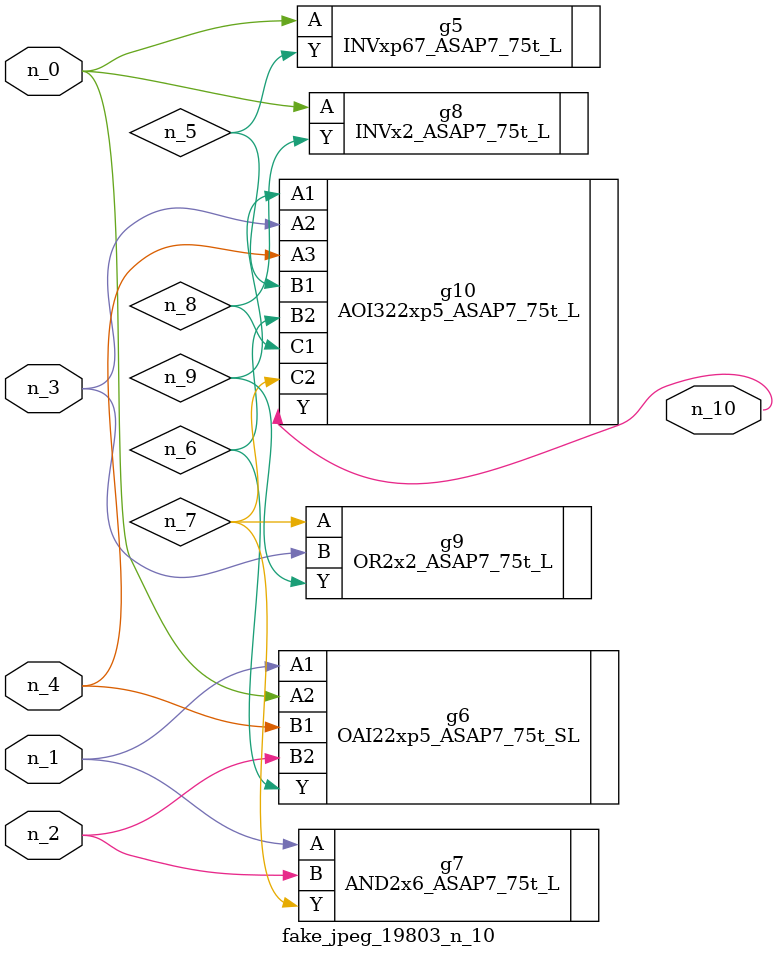
<source format=v>
module fake_jpeg_19803_n_10 (n_3, n_2, n_1, n_0, n_4, n_10);

input n_3;
input n_2;
input n_1;
input n_0;
input n_4;

output n_10;

wire n_8;
wire n_9;
wire n_6;
wire n_5;
wire n_7;

INVxp67_ASAP7_75t_L g5 ( 
.A(n_0),
.Y(n_5)
);

OAI22xp5_ASAP7_75t_SL g6 ( 
.A1(n_1),
.A2(n_0),
.B1(n_4),
.B2(n_2),
.Y(n_6)
);

AND2x6_ASAP7_75t_L g7 ( 
.A(n_1),
.B(n_2),
.Y(n_7)
);

INVx2_ASAP7_75t_L g8 ( 
.A(n_0),
.Y(n_8)
);

OR2x2_ASAP7_75t_L g9 ( 
.A(n_7),
.B(n_3),
.Y(n_9)
);

AOI322xp5_ASAP7_75t_L g10 ( 
.A1(n_9),
.A2(n_3),
.A3(n_4),
.B1(n_5),
.B2(n_6),
.C1(n_8),
.C2(n_7),
.Y(n_10)
);


endmodule
</source>
